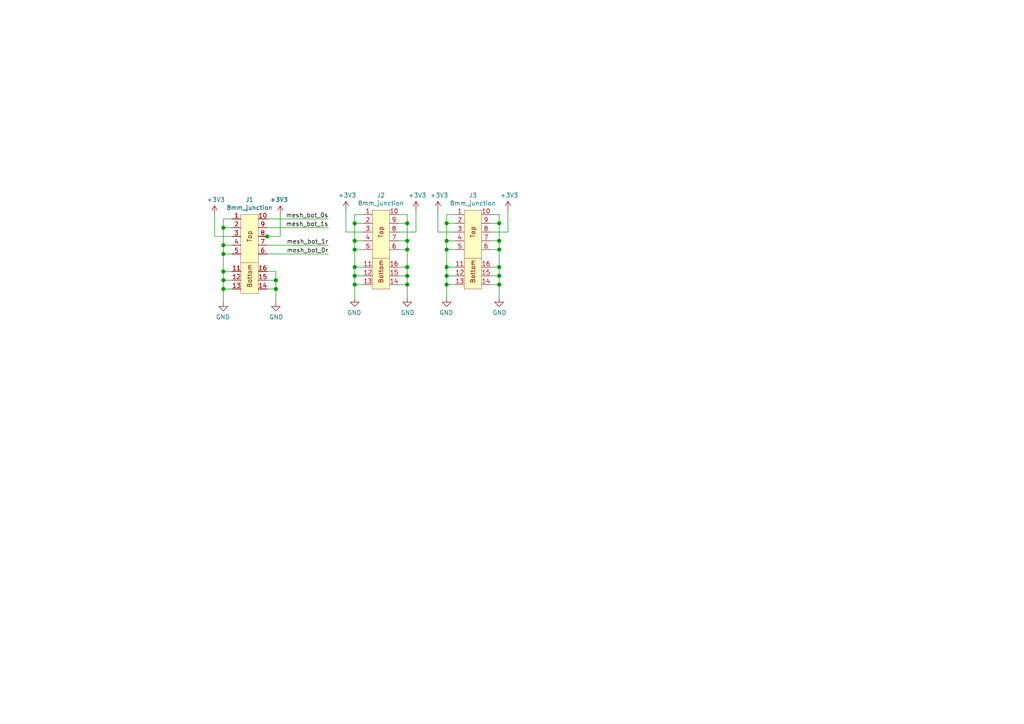
<source format=kicad_sch>
(kicad_sch (version 20200828) (generator eeschema)
  (page 1 1)
  (paper "A4")
  (lib_symbols
    (symbol "common_symbols:8mm_junction"
      (property "Reference" "J" (at 0 0 0))
      (property "Value" "8mm_junction" (at -1.27 13.97 0))
      (symbol "8mm_junction_0_0"
        (text "Top" (at 0 3.81 900) (effects (font (size 1.27 1.27))))
        (text "Bottom" (at 0 -7.62 900) (effects (font (size 1.27 1.27))))
      )
      (symbol "8mm_junction_0_1"
        (rectangle (start -2.54 -12.7) (end 2.54 10.16) (stroke (width 0.001)) (fill (type background)))
        (polyline (pts (xy -2.54 -3.81) (xy 2.54 -3.81)) (stroke (width 0.0006)))
      )
      (symbol "8mm_junction_1_1"
        (pin input line (at -5.08 8.89 0) (length 2.54) (name "") (number "1"))
        (pin input line (at -5.08 6.35 0) (length 2.54) (name "") (number "2"))
        (pin input line (at -5.08 3.81 0) (length 2.54) (name "") (number "3"))
        (pin input line (at -5.08 1.27 0) (length 2.54) (name "") (number "4"))
        (pin input line (at -5.08 -1.27 0) (length 2.54) (name "") (number "5"))
        (pin input line (at 5.08 -1.27 180) (length 2.54) (name "") (number "6"))
        (pin input line (at 5.08 1.27 180) (length 2.54) (name "") (number "7"))
        (pin input line (at 5.08 3.81 180) (length 2.54) (name "") (number "8"))
        (pin input line (at 5.08 6.35 180) (length 2.54) (name "") (number "9"))
        (pin input line (at 5.08 8.89 180) (length 2.54) (name "") (number "10"))
        (pin input line (at -5.08 -6.35 0) (length 2.54) (name "") (number "11"))
        (pin input line (at -5.08 -8.89 0) (length 2.54) (name "") (number "12"))
        (pin input line (at -5.08 -11.43 0) (length 2.54) (name "") (number "13"))
        (pin input line (at 5.08 -11.43 180) (length 2.54) (name "") (number "14"))
        (pin input line (at 5.08 -8.89 180) (length 2.54) (name "") (number "15"))
        (pin input line (at 5.08 -6.35 180) (length 2.54) (name "") (number "16"))
      )
    )
    (symbol "common_symbols:8mm_junction_1"
      (property "Reference" "J" (at 0 0 0))
      (property "Value" "8mm_junction" (at -1.27 13.97 0))
      (symbol "8mm_junction_1_0_0"
        (text "Top" (at 0 3.81 900) (effects (font (size 1.27 1.27))))
        (text "Bottom" (at 0 -7.62 900) (effects (font (size 1.27 1.27))))
      )
      (symbol "8mm_junction_1_0_1"
        (rectangle (start -2.54 -12.7) (end 2.54 10.16) (stroke (width 0.001)) (fill (type background)))
        (polyline (pts (xy -2.54 -3.81) (xy 2.54 -3.81)) (stroke (width 0.0006)))
      )
      (symbol "8mm_junction_1_1_1"
        (pin input line (at -5.08 8.89 0) (length 2.54) (name "") (number "1"))
        (pin input line (at -5.08 6.35 0) (length 2.54) (name "") (number "2"))
        (pin input line (at -5.08 3.81 0) (length 2.54) (name "") (number "3"))
        (pin input line (at -5.08 1.27 0) (length 2.54) (name "") (number "4"))
        (pin input line (at -5.08 -1.27 0) (length 2.54) (name "") (number "5"))
        (pin input line (at 5.08 -1.27 180) (length 2.54) (name "") (number "6"))
        (pin input line (at 5.08 1.27 180) (length 2.54) (name "") (number "7"))
        (pin input line (at 5.08 3.81 180) (length 2.54) (name "") (number "8"))
        (pin input line (at 5.08 6.35 180) (length 2.54) (name "") (number "9"))
        (pin input line (at 5.08 8.89 180) (length 2.54) (name "") (number "10"))
        (pin input line (at -5.08 -6.35 0) (length 2.54) (name "") (number "11"))
        (pin input line (at -5.08 -8.89 0) (length 2.54) (name "") (number "12"))
        (pin input line (at -5.08 -11.43 0) (length 2.54) (name "") (number "13"))
        (pin input line (at 5.08 -11.43 180) (length 2.54) (name "") (number "14"))
        (pin input line (at 5.08 -8.89 180) (length 2.54) (name "") (number "15"))
        (pin input line (at 5.08 -6.35 180) (length 2.54) (name "") (number "16"))
      )
    )
    (symbol "common_symbols:8mm_junction_2"
      (property "Reference" "J" (at 0 0 0))
      (property "Value" "8mm_junction" (at -1.27 13.97 0))
      (symbol "8mm_junction_2_0_0"
        (text "Top" (at 0 3.81 900) (effects (font (size 1.27 1.27))))
        (text "Bottom" (at 0 -7.62 900) (effects (font (size 1.27 1.27))))
      )
      (symbol "8mm_junction_2_0_1"
        (rectangle (start -2.54 -12.7) (end 2.54 10.16) (stroke (width 0.001)) (fill (type background)))
        (polyline (pts (xy -2.54 -3.81) (xy 2.54 -3.81)) (stroke (width 0.0006)))
      )
      (symbol "8mm_junction_2_1_1"
        (pin input line (at -5.08 8.89 0) (length 2.54) (name "") (number "1"))
        (pin input line (at -5.08 6.35 0) (length 2.54) (name "") (number "2"))
        (pin input line (at -5.08 3.81 0) (length 2.54) (name "") (number "3"))
        (pin input line (at -5.08 1.27 0) (length 2.54) (name "") (number "4"))
        (pin input line (at -5.08 -1.27 0) (length 2.54) (name "") (number "5"))
        (pin input line (at 5.08 -1.27 180) (length 2.54) (name "") (number "6"))
        (pin input line (at 5.08 1.27 180) (length 2.54) (name "") (number "7"))
        (pin input line (at 5.08 3.81 180) (length 2.54) (name "") (number "8"))
        (pin input line (at 5.08 6.35 180) (length 2.54) (name "") (number "9"))
        (pin input line (at 5.08 8.89 180) (length 2.54) (name "") (number "10"))
        (pin input line (at -5.08 -6.35 0) (length 2.54) (name "") (number "11"))
        (pin input line (at -5.08 -8.89 0) (length 2.54) (name "") (number "12"))
        (pin input line (at -5.08 -11.43 0) (length 2.54) (name "") (number "13"))
        (pin input line (at 5.08 -11.43 180) (length 2.54) (name "") (number "14"))
        (pin input line (at 5.08 -8.89 180) (length 2.54) (name "") (number "15"))
        (pin input line (at 5.08 -6.35 180) (length 2.54) (name "") (number "16"))
      )
    )
    (symbol "power:+3.3V" (power) (pin_names (offset 0))
      (property "Value" "+3.3V" (at 0 3.556 0))
      (symbol "+3.3V_0_1"
        (polyline (pts (xy -0.762 1.27) (xy 0 2.54)))
        (polyline (pts (xy 0 0) (xy 0 2.54)))
        (polyline (pts (xy 0 2.54) (xy 0.762 1.27)))
      )
      (symbol "+3.3V_1_1"
        (pin power_in line (at 0 0 90) (length 0) hide (name "+3V3") (number "1"))
      )
    )
    (symbol "power:GND" (power) (pin_names (offset 0))
      (property "Value" "GND" (at 0 -3.81 0))
      (symbol "GND_0_1"
        (polyline (pts (xy 0 0) (xy 0 -1.27) (xy 1.27 -1.27) (xy 0 -2.54) (xy -1.27 -1.27) (xy 0 -1.27)))
      )
      (symbol "GND_1_1"
        (pin power_in line (at 0 0 270) (length 0) hide (name "GND") (number "1"))
      )
    )
  )
  (junction (at 64.77 66.04) (diameter 1.016))
  (junction (at 64.77 71.12) (diameter 1.016))
  (junction (at 64.77 73.66) (diameter 1.016))
  (junction (at 64.77 78.74) (diameter 1.016))
  (junction (at 64.77 81.28) (diameter 1.016))
  (junction (at 64.77 83.82) (diameter 1.016))
  (junction (at 77.47 68.58) (diameter 1.016))
  (junction (at 80.01 81.28) (diameter 1.016))
  (junction (at 80.01 83.82) (diameter 1.016))
  (junction (at 102.87 64.77) (diameter 1.016))
  (junction (at 102.87 69.85) (diameter 1.016))
  (junction (at 102.87 72.39) (diameter 1.016))
  (junction (at 102.87 77.47) (diameter 1.016))
  (junction (at 102.87 80.01) (diameter 1.016))
  (junction (at 102.87 82.55) (diameter 1.016))
  (junction (at 118.11 64.77) (diameter 1.016))
  (junction (at 118.11 69.85) (diameter 1.016))
  (junction (at 118.11 72.39) (diameter 1.016))
  (junction (at 118.11 77.47) (diameter 1.016))
  (junction (at 118.11 80.01) (diameter 1.016))
  (junction (at 118.11 82.55) (diameter 1.016))
  (junction (at 129.54 64.77) (diameter 1.016))
  (junction (at 129.54 69.85) (diameter 1.016))
  (junction (at 129.54 72.39) (diameter 1.016))
  (junction (at 129.54 77.47) (diameter 1.016))
  (junction (at 129.54 80.01) (diameter 1.016))
  (junction (at 129.54 82.55) (diameter 1.016))
  (junction (at 144.78 64.77) (diameter 1.016))
  (junction (at 144.78 69.85) (diameter 1.016))
  (junction (at 144.78 72.39) (diameter 1.016))
  (junction (at 144.78 77.47) (diameter 1.016))
  (junction (at 144.78 80.01) (diameter 1.016))
  (junction (at 144.78 82.55) (diameter 1.016))
  (wire (pts (xy 62.23 62.23) (xy 62.23 68.58)))
  (wire (pts (xy 64.77 63.5) (xy 64.77 66.04)))
  (wire (pts (xy 64.77 66.04) (xy 64.77 71.12)))
  (wire (pts (xy 64.77 66.04) (xy 67.31 66.04)))
  (wire (pts (xy 64.77 71.12) (xy 67.31 71.12)))
  (wire (pts (xy 64.77 73.66) (xy 64.77 71.12)))
  (wire (pts (xy 64.77 73.66) (xy 67.31 73.66)))
  (wire (pts (xy 64.77 78.74) (xy 64.77 73.66)))
  (wire (pts (xy 64.77 81.28) (xy 64.77 78.74)))
  (wire (pts (xy 64.77 83.82) (xy 64.77 81.28)))
  (wire (pts (xy 64.77 83.82) (xy 64.77 87.63)))
  (wire (pts (xy 67.31 63.5) (xy 64.77 63.5)))
  (wire (pts (xy 67.31 68.58) (xy 62.23 68.58)))
  (wire (pts (xy 67.31 78.74) (xy 64.77 78.74)))
  (wire (pts (xy 67.31 81.28) (xy 64.77 81.28)))
  (wire (pts (xy 67.31 83.82) (xy 64.77 83.82)))
  (wire (pts (xy 76.2 68.58) (xy 77.47 68.58)))
  (wire (pts (xy 77.47 63.5) (xy 95.25 63.5)))
  (wire (pts (xy 77.47 66.04) (xy 95.25 66.04)))
  (wire (pts (xy 77.47 68.58) (xy 81.28 68.58)))
  (wire (pts (xy 77.47 71.12) (xy 95.25 71.12)))
  (wire (pts (xy 77.47 73.66) (xy 95.25 73.66)))
  (wire (pts (xy 77.47 78.74) (xy 80.01 78.74)))
  (wire (pts (xy 77.47 81.28) (xy 80.01 81.28)))
  (wire (pts (xy 77.47 83.82) (xy 80.01 83.82)))
  (wire (pts (xy 80.01 81.28) (xy 80.01 78.74)))
  (wire (pts (xy 80.01 83.82) (xy 80.01 81.28)))
  (wire (pts (xy 80.01 83.82) (xy 80.01 87.63)))
  (wire (pts (xy 81.28 62.23) (xy 81.28 68.58)))
  (wire (pts (xy 100.33 60.96) (xy 100.33 67.31)))
  (wire (pts (xy 102.87 64.77) (xy 102.87 62.23)))
  (wire (pts (xy 102.87 69.85) (xy 102.87 64.77)))
  (wire (pts (xy 102.87 72.39) (xy 102.87 69.85)))
  (wire (pts (xy 102.87 77.47) (xy 102.87 72.39)))
  (wire (pts (xy 102.87 80.01) (xy 102.87 77.47)))
  (wire (pts (xy 102.87 82.55) (xy 102.87 80.01)))
  (wire (pts (xy 102.87 82.55) (xy 102.87 86.36)))
  (wire (pts (xy 105.41 62.23) (xy 102.87 62.23)))
  (wire (pts (xy 105.41 64.77) (xy 102.87 64.77)))
  (wire (pts (xy 105.41 67.31) (xy 100.33 67.31)))
  (wire (pts (xy 105.41 69.85) (xy 102.87 69.85)))
  (wire (pts (xy 105.41 72.39) (xy 102.87 72.39)))
  (wire (pts (xy 105.41 77.47) (xy 102.87 77.47)))
  (wire (pts (xy 105.41 80.01) (xy 102.87 80.01)))
  (wire (pts (xy 105.41 82.55) (xy 102.87 82.55)))
  (wire (pts (xy 115.57 62.23) (xy 118.11 62.23)))
  (wire (pts (xy 115.57 64.77) (xy 118.11 64.77)))
  (wire (pts (xy 115.57 67.31) (xy 120.65 67.31)))
  (wire (pts (xy 115.57 69.85) (xy 118.11 69.85)))
  (wire (pts (xy 115.57 72.39) (xy 118.11 72.39)))
  (wire (pts (xy 115.57 77.47) (xy 118.11 77.47)))
  (wire (pts (xy 115.57 80.01) (xy 118.11 80.01)))
  (wire (pts (xy 115.57 82.55) (xy 118.11 82.55)))
  (wire (pts (xy 118.11 64.77) (xy 118.11 62.23)))
  (wire (pts (xy 118.11 69.85) (xy 118.11 64.77)))
  (wire (pts (xy 118.11 72.39) (xy 118.11 69.85)))
  (wire (pts (xy 118.11 77.47) (xy 118.11 72.39)))
  (wire (pts (xy 118.11 80.01) (xy 118.11 77.47)))
  (wire (pts (xy 118.11 82.55) (xy 118.11 80.01)))
  (wire (pts (xy 118.11 82.55) (xy 118.11 86.36)))
  (wire (pts (xy 120.65 60.96) (xy 120.65 67.31)))
  (wire (pts (xy 127 60.96) (xy 127 67.31)))
  (wire (pts (xy 129.54 64.77) (xy 129.54 62.23)))
  (wire (pts (xy 129.54 69.85) (xy 129.54 64.77)))
  (wire (pts (xy 129.54 72.39) (xy 129.54 69.85)))
  (wire (pts (xy 129.54 77.47) (xy 129.54 72.39)))
  (wire (pts (xy 129.54 80.01) (xy 129.54 77.47)))
  (wire (pts (xy 129.54 82.55) (xy 129.54 80.01)))
  (wire (pts (xy 129.54 82.55) (xy 129.54 86.36)))
  (wire (pts (xy 132.08 62.23) (xy 129.54 62.23)))
  (wire (pts (xy 132.08 64.77) (xy 129.54 64.77)))
  (wire (pts (xy 132.08 67.31) (xy 127 67.31)))
  (wire (pts (xy 132.08 69.85) (xy 129.54 69.85)))
  (wire (pts (xy 132.08 72.39) (xy 129.54 72.39)))
  (wire (pts (xy 132.08 77.47) (xy 129.54 77.47)))
  (wire (pts (xy 132.08 80.01) (xy 129.54 80.01)))
  (wire (pts (xy 132.08 82.55) (xy 129.54 82.55)))
  (wire (pts (xy 142.24 62.23) (xy 144.78 62.23)))
  (wire (pts (xy 142.24 64.77) (xy 144.78 64.77)))
  (wire (pts (xy 142.24 67.31) (xy 147.32 67.31)))
  (wire (pts (xy 142.24 69.85) (xy 144.78 69.85)))
  (wire (pts (xy 142.24 72.39) (xy 144.78 72.39)))
  (wire (pts (xy 142.24 77.47) (xy 144.78 77.47)))
  (wire (pts (xy 142.24 80.01) (xy 144.78 80.01)))
  (wire (pts (xy 142.24 82.55) (xy 144.78 82.55)))
  (wire (pts (xy 144.78 64.77) (xy 144.78 62.23)))
  (wire (pts (xy 144.78 69.85) (xy 144.78 64.77)))
  (wire (pts (xy 144.78 72.39) (xy 144.78 69.85)))
  (wire (pts (xy 144.78 77.47) (xy 144.78 72.39)))
  (wire (pts (xy 144.78 80.01) (xy 144.78 77.47)))
  (wire (pts (xy 144.78 82.55) (xy 144.78 80.01)))
  (wire (pts (xy 144.78 82.55) (xy 144.78 86.36)))
  (wire (pts (xy 147.32 60.96) (xy 147.32 67.31)))
  (label "mesh_bot_0s" (at 95.25 63.5 180))
  (label "mesh_bot_1s" (at 95.25 66.04 180))
  (label "mesh_bot_1r" (at 95.25 71.12 180))
  (label "mesh_bot_0r" (at 95.25 73.66 180))
  (symbol (lib_id "power:+3.3V") (at 62.23 62.23 0) (unit 1)
    (property "Reference" "#PWR?" (effects hide))
    (property "Value" "+3.3V" (at 62.5983 57.9056 0))
  )
  (symbol (lib_id "power:+3.3V") (at 81.28 62.23 0) (mirror y) (unit 1)
    (property "Reference" "#PWR?" (effects hide))
    (property "Value" "+3.3V" (at 80.9117 57.9056 0))
  )
  (symbol (lib_id "power:+3.3V") (at 100.33 60.96 0) (unit 1)
    (property "Reference" "#PWR?" (effects hide))
    (property "Value" "+3.3V" (at 100.6983 56.6356 0))
  )
  (symbol (lib_id "power:+3.3V") (at 120.65 60.96 0) (unit 1)
    (property "Reference" "#PWR?" (effects hide))
    (property "Value" "+3.3V" (at 121.0183 56.6356 0))
  )
  (symbol (lib_id "power:+3.3V") (at 127 60.96 0) (unit 1)
    (property "Reference" "#PWR?" (effects hide))
    (property "Value" "+3.3V" (at 127.3683 56.6356 0))
  )
  (symbol (lib_id "power:+3.3V") (at 147.32 60.96 0) (unit 1)
    (property "Reference" "#PWR?" (effects hide))
    (property "Value" "+3.3V" (at 147.6883 56.6356 0))
  )
  (symbol (lib_id "power:GND") (at 64.77 87.63 0) (mirror y) (unit 1)
    (property "Reference" "#PWR?" (effects hide))
    (property "Value" "GND" (at 64.6557 91.9544 0))
  )
  (symbol (lib_id "power:GND") (at 80.01 87.63 0) (unit 1)
    (property "Reference" "#PWR?" (effects hide))
    (property "Value" "GND" (at 80.1243 91.9544 0))
  )
  (symbol (lib_id "power:GND") (at 102.87 86.36 0) (mirror y) (unit 1)
    (property "Reference" "#PWR?" (effects hide))
    (property "Value" "GND" (at 102.7557 90.6844 0))
  )
  (symbol (lib_id "power:GND") (at 118.11 86.36 0) (unit 1)
    (property "Reference" "#PWR?" (effects hide))
    (property "Value" "GND" (at 118.2243 90.6844 0))
  )
  (symbol (lib_id "power:GND") (at 129.54 86.36 0) (mirror y) (unit 1)
    (property "Reference" "#PWR?" (effects hide))
    (property "Value" "GND" (at 129.4257 90.6844 0))
  )
  (symbol (lib_id "power:GND") (at 144.78 86.36 0) (unit 1)
    (property "Reference" "#PWR?" (effects hide))
    (property "Value" "GND" (at 144.8943 90.6844 0))
  )
  (symbol (lib_name "common_symbols:8mm_junction_1") (lib_id "common_symbols:8mm_junction") (at 72.39 72.39 0) (unit 1)
    (property "Reference" "J1" (at 72.39 57.918 0))
    (property "Value" "8mm_junction" (at 72.39 60.2169 0))
  )
  (symbol (lib_name "common_symbols:8mm_junction_2") (lib_id "common_symbols:8mm_junction") (at 110.49 71.12 0) (unit 1)
    (property "Reference" "J2" (at 110.49 56.648 0))
    (property "Value" "8mm_junction" (at 110.49 58.9469 0))
  )
  (symbol (lib_id "common_symbols:8mm_junction") (at 137.16 71.12 0) (unit 1)
    (property "Reference" "J3" (at 137.16 56.648 0))
    (property "Value" "8mm_junction" (at 137.16 58.9469 0))
  )
)
</source>
